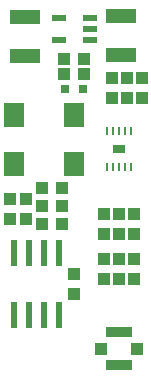
<source format=gbr>
G04 EAGLE Gerber RS-274X export*
G75*
%MOMM*%
%FSLAX34Y34*%
%LPD*%
%INSolderpaste Top*%
%IPPOS*%
%AMOC8*
5,1,8,0,0,1.08239X$1,22.5*%
G01*
%ADD10R,0.250000X0.800000*%
%ADD11R,1.016000X0.762000*%
%ADD12R,1.200000X0.550000*%
%ADD13R,2.500000X1.200000*%
%ADD14R,1.100000X1.000000*%
%ADD15R,0.800000X0.800000*%
%ADD16R,1.000000X1.100000*%
%ADD17R,2.200000X0.850000*%
%ADD18R,1.050000X1.000000*%
%ADD19R,1.800000X2.000000*%
%ADD20R,0.609600X2.209800*%


D10*
X137000Y205500D03*
X132000Y205500D03*
X127000Y205500D03*
X122000Y205500D03*
X117000Y205500D03*
X117000Y175500D03*
X122000Y175500D03*
X127000Y175500D03*
X132000Y175500D03*
X137000Y175500D03*
D11*
X127000Y190500D03*
D12*
X101901Y282600D03*
X101901Y292100D03*
X101901Y301600D03*
X75899Y301600D03*
X75899Y282600D03*
D13*
X128270Y270520D03*
X128270Y303520D03*
X46990Y302250D03*
X46990Y269250D03*
D14*
X80400Y266700D03*
X97400Y266700D03*
X80400Y254000D03*
X97400Y254000D03*
D15*
X81400Y241300D03*
X96400Y241300D03*
D16*
X133350Y234070D03*
X133350Y251070D03*
X127000Y80400D03*
X127000Y97400D03*
X114300Y80400D03*
X114300Y97400D03*
X139700Y97400D03*
X139700Y80400D03*
X127000Y135500D03*
X127000Y118500D03*
X34290Y148200D03*
X34290Y131200D03*
X114300Y118500D03*
X114300Y135500D03*
X88900Y84700D03*
X88900Y67700D03*
D14*
X78350Y157480D03*
X61350Y157480D03*
D16*
X146050Y234070D03*
X146050Y251070D03*
X120650Y234070D03*
X120650Y251070D03*
D14*
X78350Y127000D03*
X61350Y127000D03*
X61350Y142240D03*
X78350Y142240D03*
D16*
X48260Y148200D03*
X48260Y131200D03*
X139700Y135500D03*
X139700Y118500D03*
D17*
X127000Y7840D03*
X127000Y35340D03*
D18*
X111750Y21590D03*
X142250Y21590D03*
D19*
X38100Y177800D03*
X88900Y177800D03*
X88900Y219800D03*
X38100Y219800D03*
D20*
X76200Y102362D03*
X63500Y102362D03*
X50800Y102362D03*
X38100Y102362D03*
X38100Y50038D03*
X50800Y50038D03*
X63500Y50038D03*
X76200Y50038D03*
M02*

</source>
